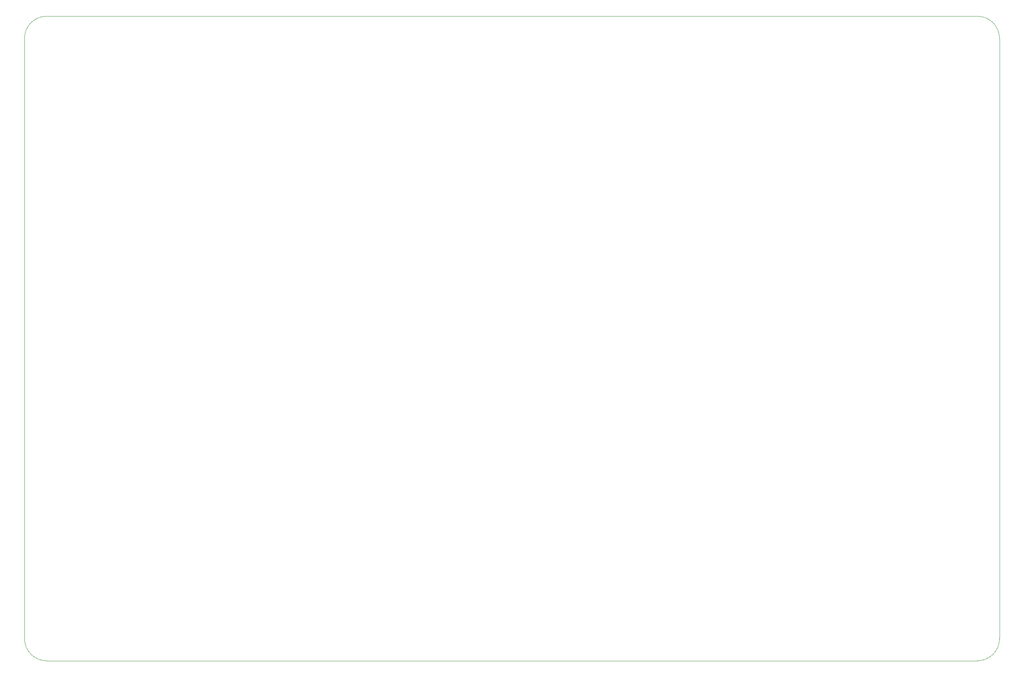
<source format=gbr>
G04 #@! TF.GenerationSoftware,KiCad,Pcbnew,(5.1.0)-1*
G04 #@! TF.CreationDate,2020-06-11T10:08:41-02:30*
G04 #@! TF.ProjectId,PCB_Morro_Bay,5043425f-4d6f-4727-926f-5f4261792e6b,A*
G04 #@! TF.SameCoordinates,Original*
G04 #@! TF.FileFunction,Profile,NP*
%FSLAX46Y46*%
G04 Gerber Fmt 4.6, Leading zero omitted, Abs format (unit mm)*
G04 Created by KiCad (PCBNEW (5.1.0)-1) date 2020-06-11 10:08:41*
%MOMM*%
%LPD*%
G04 APERTURE LIST*
%ADD10C,0.050000*%
G04 APERTURE END LIST*
D10*
X106250000Y-204000000D02*
G75*
G02X101250000Y-199000000I0J5000000D01*
G01*
X106250000Y-204000000D02*
X316250000Y-204000000D01*
X101250000Y-63500000D02*
X101250000Y-199000000D01*
X321250000Y-199000000D02*
G75*
G02X316250000Y-204000000I-5000000J0D01*
G01*
X321250000Y-63500000D02*
X321250000Y-199000000D01*
X316250000Y-58500000D02*
G75*
G02X321250000Y-63500000I0J-5000000D01*
G01*
X101250000Y-63500000D02*
G75*
G02X106250000Y-58500000I5000000J0D01*
G01*
X106250000Y-58500000D02*
X316250000Y-58500000D01*
M02*

</source>
